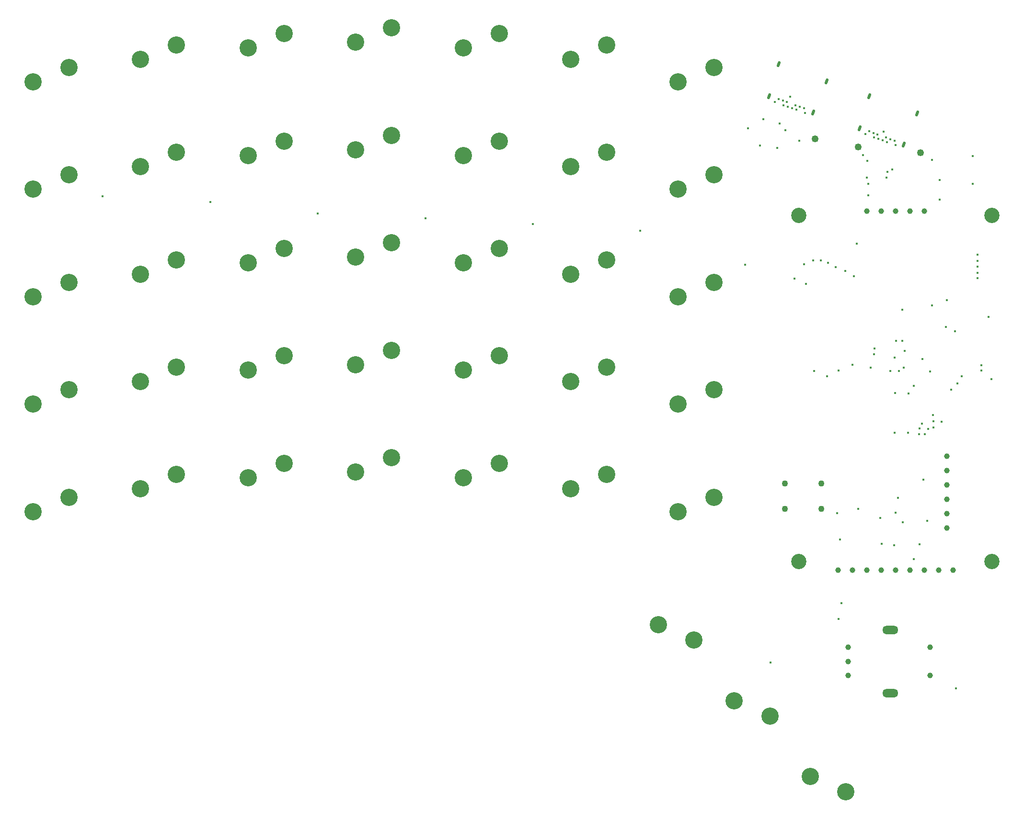
<source format=gbr>
%TF.GenerationSoftware,KiCad,Pcbnew,(6.0.7-1)-1*%
%TF.CreationDate,2022-10-21T17:23:11-04:00*%
%TF.ProjectId,Splitboard-A,53706c69-7462-46f6-9172-642d412e6b69,rev?*%
%TF.SameCoordinates,Original*%
%TF.FileFunction,Plated,1,2,PTH,Mixed*%
%TF.FilePolarity,Positive*%
%FSLAX46Y46*%
G04 Gerber Fmt 4.6, Leading zero omitted, Abs format (unit mm)*
G04 Created by KiCad (PCBNEW (6.0.7-1)-1) date 2022-10-21 17:23:11*
%MOMM*%
%LPD*%
G01*
G04 APERTURE LIST*
G04 Aperture macros list*
%AMHorizOval*
0 Thick line with rounded ends*
0 $1 width*
0 $2 $3 position (X,Y) of the first rounded end (center of the circle)*
0 $4 $5 position (X,Y) of the second rounded end (center of the circle)*
0 Add line between two ends*
20,1,$1,$2,$3,$4,$5,0*
0 Add two circle primitives to create the rounded ends*
1,1,$1,$2,$3*
1,1,$1,$4,$5*%
G04 Aperture macros list end*
%TA.AperFunction,ViaDrill*%
%ADD10C,0.400000*%
%TD*%
%TA.AperFunction,ComponentDrill*%
%ADD11C,0.400000*%
%TD*%
G04 aperture for slot hole*
%TA.AperFunction,ComponentDrill*%
%ADD12HorizOval,0.500000X-0.102606X-0.281908X0.102606X0.281908X0*%
%TD*%
%TA.AperFunction,ComponentDrill*%
%ADD13C,1.000000*%
%TD*%
%TA.AperFunction,ComponentDrill*%
%ADD14C,1.100000*%
%TD*%
%TA.AperFunction,ViaDrill*%
%ADD15C,1.250000*%
%TD*%
G04 aperture for slot hole*
%TA.AperFunction,ComponentDrill*%
%ADD16O,2.800000X1.500000*%
%TD*%
%TA.AperFunction,ComponentDrill*%
%ADD17C,2.700000*%
%TD*%
%TA.AperFunction,ComponentDrill*%
%ADD18C,3.050000*%
%TD*%
G04 APERTURE END LIST*
D10*
X113500000Y-57700000D03*
X132500000Y-58700000D03*
X151500000Y-60700000D03*
X170500000Y-61600000D03*
X189500000Y-62585500D03*
X208500000Y-63800000D03*
X227000000Y-69800000D03*
X227524500Y-45700000D03*
X229637101Y-48738301D03*
X230200000Y-44100000D03*
X231500000Y-140200000D03*
X232664000Y-49174400D03*
X233100000Y-44800000D03*
X234145477Y-46000000D03*
X235000500Y-40081200D03*
X235762300Y-72237700D03*
X236600000Y-47900000D03*
X237400000Y-69724500D03*
X237800000Y-73200000D03*
X239074549Y-69074549D03*
X239200000Y-88600000D03*
X240410199Y-69024500D03*
X241500000Y-89500000D03*
X241700000Y-69474500D03*
X243000000Y-70199000D03*
X243281200Y-113724500D03*
X243500000Y-88500000D03*
X243550000Y-132450000D03*
X243763800Y-118389400D03*
X244000000Y-129700000D03*
X244700000Y-70923500D03*
X246000000Y-87500497D03*
X246200000Y-71800000D03*
X246700000Y-66100000D03*
X247000000Y-113000000D03*
X247875500Y-50400000D03*
X248512022Y-54387978D03*
X248600000Y-51400000D03*
X248800000Y-55500994D03*
X248800000Y-57500000D03*
X249200000Y-88000000D03*
X249799386Y-85605403D03*
X249912299Y-84612299D03*
X250850400Y-114579400D03*
X251180600Y-119126000D03*
X251500000Y-46300000D03*
X252026748Y-54387978D03*
X252117952Y-53392645D03*
X252630695Y-88581862D03*
X253031069Y-52986170D03*
X253314200Y-119375500D03*
X253400000Y-86236799D03*
X253400000Y-99500000D03*
X253474895Y-92476237D03*
X253600000Y-113700000D03*
X253700000Y-83224500D03*
X254000000Y-111000000D03*
X254224500Y-88600000D03*
X254775500Y-77724500D03*
X254800000Y-83300000D03*
X254889000Y-115392200D03*
X255015021Y-87988378D03*
X255200000Y-85074000D03*
X255775500Y-99500000D03*
X255900000Y-92600000D03*
X256794000Y-121894600D03*
X256800000Y-91200000D03*
X257724500Y-99775500D03*
X257810000Y-119227600D03*
X257844284Y-98783201D03*
X258262572Y-97875437D03*
X258375500Y-86500000D03*
X258546600Y-107823000D03*
X258749800Y-99775500D03*
X259156200Y-115112800D03*
X259323041Y-98864872D03*
X259700000Y-88700000D03*
X260000000Y-51300000D03*
X260000000Y-77000000D03*
X260223000Y-96367600D03*
X260275000Y-97510600D03*
X260275500Y-98552000D03*
X261400000Y-54800000D03*
X261400000Y-58300000D03*
X261724500Y-97586800D03*
X262500000Y-80775500D03*
X262700000Y-76100000D03*
X263387701Y-91912299D03*
X264107641Y-81607642D03*
X264300000Y-144700000D03*
X264500000Y-90800000D03*
X265292358Y-89492358D03*
X267200000Y-50600000D03*
X267200000Y-55500000D03*
X268100000Y-68000000D03*
X268100000Y-69100000D03*
X268100000Y-71200000D03*
X268112299Y-70112299D03*
X268112299Y-72212299D03*
X268775500Y-87549500D03*
X268775500Y-88549003D03*
X270000000Y-79000000D03*
X270500000Y-90000000D03*
D11*
%TO.C,J1*%
X232299966Y-41028603D03*
X232915257Y-40507626D03*
X233667011Y-40781243D03*
X233803474Y-41575835D03*
X234418765Y-41054859D03*
X234555228Y-41849452D03*
X235306982Y-42123068D03*
X235922273Y-41602091D03*
X236058736Y-42396684D03*
X236674028Y-41875707D03*
X237425782Y-42149323D03*
X237562245Y-42943916D03*
%TO.C,J2*%
X248299966Y-46728603D03*
X248915257Y-46207626D03*
X249667011Y-46481243D03*
X249803474Y-47275835D03*
X250418765Y-46754859D03*
X250555228Y-47549452D03*
X251306982Y-47823068D03*
X251922273Y-47302091D03*
X252058736Y-48096684D03*
X252674028Y-47575707D03*
X253425782Y-47849323D03*
X253562245Y-48643916D03*
D12*
%TO.C,J1*%
X231255387Y-40009901D03*
X232952117Y-34295603D03*
X239017248Y-42834987D03*
X241390557Y-37366943D03*
%TO.C,J2*%
X247255387Y-45709901D03*
X248952117Y-39995603D03*
X255017248Y-48534987D03*
X257390557Y-43066943D03*
D13*
%TO.C,U2*%
X243400000Y-123800000D03*
%TO.C,SW1*%
X245175000Y-137475000D03*
X245175000Y-139975000D03*
X245175000Y-142475000D03*
%TO.C,U2*%
X245940000Y-123800000D03*
X248480000Y-60280000D03*
X248480000Y-123800000D03*
X251020000Y-60280000D03*
X251020000Y-123800000D03*
X253560000Y-60280000D03*
X253560000Y-123800000D03*
X256100000Y-60280000D03*
X256100000Y-123800000D03*
X258640000Y-60280000D03*
X258640000Y-123800000D03*
%TO.C,SW1*%
X259675000Y-137475000D03*
X259675000Y-142475000D03*
%TO.C,U2*%
X261180000Y-123800000D03*
%TO.C,J3*%
X262625000Y-103650000D03*
X262625000Y-106190000D03*
X262625000Y-108730000D03*
X262625000Y-111270000D03*
X262625000Y-113810000D03*
X262625000Y-116350000D03*
%TO.C,U2*%
X263720000Y-123800000D03*
D14*
%TO.C,SW2*%
X234000000Y-108500000D03*
X234000000Y-113000000D03*
X240500000Y-108500000D03*
X240500000Y-113000000D03*
%TD*%
D15*
X239400000Y-47500000D03*
X247000000Y-49000000D03*
X258000000Y-50000000D03*
D16*
%TO.C,SW1*%
X252675000Y-134375000D03*
X252675000Y-145575000D03*
D17*
%TO.C,U2*%
X236510000Y-61100000D03*
X236510000Y-122300000D03*
X270610000Y-61100000D03*
X270610000Y-122300000D03*
D18*
%TO.C,K1*%
X101190000Y-37460000D03*
%TO.C,K8*%
X101190000Y-56460000D03*
%TO.C,K15*%
X101190000Y-75460000D03*
%TO.C,K22*%
X101190000Y-94460000D03*
%TO.C,K29*%
X101190000Y-113460000D03*
%TO.C,K1*%
X107540000Y-34920000D03*
%TO.C,K8*%
X107540000Y-53920000D03*
%TO.C,K15*%
X107540000Y-72920000D03*
%TO.C,K22*%
X107540000Y-91920000D03*
%TO.C,K29*%
X107540000Y-110920000D03*
%TO.C,K2*%
X120190000Y-33460000D03*
%TO.C,K9*%
X120190000Y-52460000D03*
%TO.C,K16*%
X120190000Y-71460000D03*
%TO.C,K23*%
X120190000Y-90460000D03*
%TO.C,K30*%
X120190000Y-109460000D03*
%TO.C,K2*%
X126540000Y-30920000D03*
%TO.C,K9*%
X126540000Y-49920000D03*
%TO.C,K16*%
X126540000Y-68920000D03*
%TO.C,K23*%
X126540000Y-87920000D03*
%TO.C,K30*%
X126540000Y-106920000D03*
%TO.C,K3*%
X139190000Y-31460000D03*
%TO.C,K10*%
X139190000Y-50460000D03*
%TO.C,K17*%
X139190000Y-69460000D03*
%TO.C,K24*%
X139190000Y-88460000D03*
%TO.C,K31*%
X139190000Y-107460000D03*
%TO.C,K3*%
X145540000Y-28920000D03*
%TO.C,K10*%
X145540000Y-47920000D03*
%TO.C,K17*%
X145540000Y-66920000D03*
%TO.C,K24*%
X145540000Y-85920000D03*
%TO.C,K31*%
X145540000Y-104920000D03*
%TO.C,K4*%
X158190000Y-30460000D03*
%TO.C,K11*%
X158190000Y-49460000D03*
%TO.C,K18*%
X158190000Y-68460000D03*
%TO.C,K25*%
X158190000Y-87460000D03*
%TO.C,K32*%
X158190000Y-106460000D03*
%TO.C,K4*%
X164540000Y-27920000D03*
%TO.C,K11*%
X164540000Y-46920000D03*
%TO.C,K18*%
X164540000Y-65920000D03*
%TO.C,K25*%
X164540000Y-84920000D03*
%TO.C,K32*%
X164540000Y-103920000D03*
%TO.C,K5*%
X177190000Y-31460000D03*
%TO.C,K12*%
X177190000Y-50460000D03*
%TO.C,K19*%
X177190000Y-69460000D03*
%TO.C,K26*%
X177190000Y-88460000D03*
%TO.C,K33*%
X177190000Y-107460000D03*
%TO.C,K5*%
X183540000Y-28920000D03*
%TO.C,K12*%
X183540000Y-47920000D03*
%TO.C,K19*%
X183540000Y-66920000D03*
%TO.C,K26*%
X183540000Y-85920000D03*
%TO.C,K33*%
X183540000Y-104920000D03*
%TO.C,K6*%
X196190000Y-33460000D03*
%TO.C,K13*%
X196190000Y-52460000D03*
%TO.C,K20*%
X196190000Y-71460000D03*
%TO.C,K27*%
X196190000Y-90460000D03*
%TO.C,K34*%
X196190000Y-109460000D03*
%TO.C,K6*%
X202540000Y-30920000D03*
%TO.C,K13*%
X202540000Y-49920000D03*
%TO.C,K20*%
X202540000Y-68920000D03*
%TO.C,K27*%
X202540000Y-87920000D03*
%TO.C,K34*%
X202540000Y-106920000D03*
%TO.C,K36*%
X211666945Y-133470108D03*
%TO.C,K7*%
X215190000Y-37460000D03*
%TO.C,K14*%
X215190000Y-56460000D03*
%TO.C,K21*%
X215190000Y-75460000D03*
%TO.C,K28*%
X215190000Y-94460000D03*
%TO.C,K35*%
X215190000Y-113460000D03*
%TO.C,K36*%
X217953125Y-136164185D03*
%TO.C,K7*%
X221540000Y-34920000D03*
%TO.C,K14*%
X221540000Y-53920000D03*
%TO.C,K21*%
X221540000Y-72920000D03*
%TO.C,K28*%
X221540000Y-91920000D03*
%TO.C,K35*%
X221540000Y-110920000D03*
%TO.C,K37*%
X225101974Y-146905137D03*
X231388154Y-149599214D03*
%TO.C,K38*%
X238537003Y-160340166D03*
X244823183Y-163034243D03*
M02*

</source>
